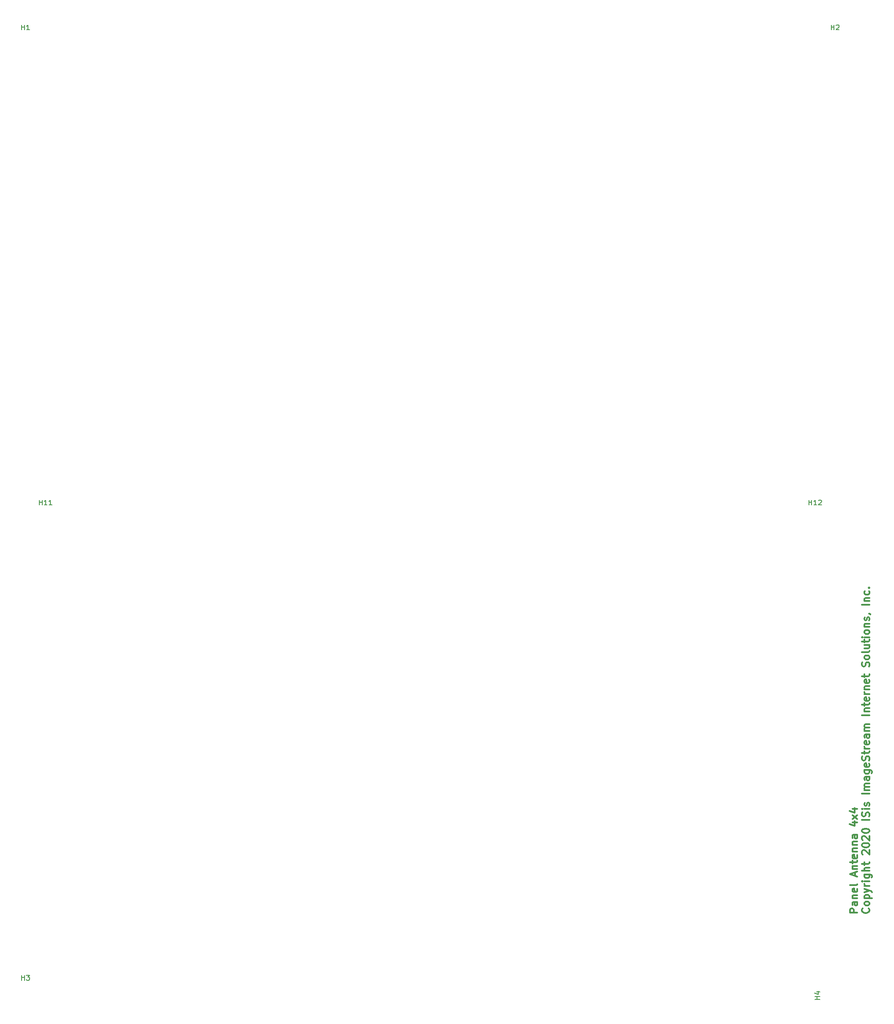
<source format=gbr>
%TF.GenerationSoftware,KiCad,Pcbnew,5.99.0-unknown-f19440f72~106~ubuntu20.04.1*%
%TF.CreationDate,2020-11-18T11:03:40-06:00*%
%TF.ProjectId,FlatAntPanel4x4,466c6174-416e-4745-9061-6e656c347834,rev?*%
%TF.SameCoordinates,Original*%
%TF.FileFunction,Legend,Top*%
%TF.FilePolarity,Positive*%
%FSLAX46Y46*%
G04 Gerber Fmt 4.6, Leading zero omitted, Abs format (unit mm)*
G04 Created by KiCad (PCBNEW 5.99.0-unknown-f19440f72~106~ubuntu20.04.1) date 2020-11-18 11:03:40*
%MOMM*%
%LPD*%
G01*
G04 APERTURE LIST*
%ADD10C,0.300000*%
%ADD11C,0.150000*%
G04 APERTURE END LIST*
D10*
X178471071Y-191447857D02*
X176971071Y-191447857D01*
X176971071Y-190876428D01*
X177042500Y-190733571D01*
X177113928Y-190662142D01*
X177256785Y-190590714D01*
X177471071Y-190590714D01*
X177613928Y-190662142D01*
X177685357Y-190733571D01*
X177756785Y-190876428D01*
X177756785Y-191447857D01*
X178471071Y-189305000D02*
X177685357Y-189305000D01*
X177542500Y-189376428D01*
X177471071Y-189519285D01*
X177471071Y-189805000D01*
X177542500Y-189947857D01*
X178399642Y-189305000D02*
X178471071Y-189447857D01*
X178471071Y-189805000D01*
X178399642Y-189947857D01*
X178256785Y-190019285D01*
X178113928Y-190019285D01*
X177971071Y-189947857D01*
X177899642Y-189805000D01*
X177899642Y-189447857D01*
X177828214Y-189305000D01*
X177471071Y-188590714D02*
X178471071Y-188590714D01*
X177613928Y-188590714D02*
X177542500Y-188519285D01*
X177471071Y-188376428D01*
X177471071Y-188162142D01*
X177542500Y-188019285D01*
X177685357Y-187947857D01*
X178471071Y-187947857D01*
X178399642Y-186662142D02*
X178471071Y-186805000D01*
X178471071Y-187090714D01*
X178399642Y-187233571D01*
X178256785Y-187305000D01*
X177685357Y-187305000D01*
X177542500Y-187233571D01*
X177471071Y-187090714D01*
X177471071Y-186805000D01*
X177542500Y-186662142D01*
X177685357Y-186590714D01*
X177828214Y-186590714D01*
X177971071Y-187305000D01*
X178471071Y-185733571D02*
X178399642Y-185876428D01*
X178256785Y-185947857D01*
X176971071Y-185947857D01*
X178042500Y-184090714D02*
X178042500Y-183376428D01*
X178471071Y-184233571D02*
X176971071Y-183733571D01*
X178471071Y-183233571D01*
X177471071Y-182733571D02*
X178471071Y-182733571D01*
X177613928Y-182733571D02*
X177542500Y-182662142D01*
X177471071Y-182519285D01*
X177471071Y-182305000D01*
X177542500Y-182162142D01*
X177685357Y-182090714D01*
X178471071Y-182090714D01*
X177471071Y-181590714D02*
X177471071Y-181019285D01*
X176971071Y-181376428D02*
X178256785Y-181376428D01*
X178399642Y-181305000D01*
X178471071Y-181162142D01*
X178471071Y-181019285D01*
X178399642Y-179947857D02*
X178471071Y-180090714D01*
X178471071Y-180376428D01*
X178399642Y-180519285D01*
X178256785Y-180590714D01*
X177685357Y-180590714D01*
X177542500Y-180519285D01*
X177471071Y-180376428D01*
X177471071Y-180090714D01*
X177542500Y-179947857D01*
X177685357Y-179876428D01*
X177828214Y-179876428D01*
X177971071Y-180590714D01*
X177471071Y-179233571D02*
X178471071Y-179233571D01*
X177613928Y-179233571D02*
X177542500Y-179162142D01*
X177471071Y-179019285D01*
X177471071Y-178805000D01*
X177542500Y-178662142D01*
X177685357Y-178590714D01*
X178471071Y-178590714D01*
X177471071Y-177876428D02*
X178471071Y-177876428D01*
X177613928Y-177876428D02*
X177542500Y-177805000D01*
X177471071Y-177662142D01*
X177471071Y-177447857D01*
X177542500Y-177305000D01*
X177685357Y-177233571D01*
X178471071Y-177233571D01*
X178471071Y-175876428D02*
X177685357Y-175876428D01*
X177542500Y-175947857D01*
X177471071Y-176090714D01*
X177471071Y-176376428D01*
X177542500Y-176519285D01*
X178399642Y-175876428D02*
X178471071Y-176019285D01*
X178471071Y-176376428D01*
X178399642Y-176519285D01*
X178256785Y-176590714D01*
X178113928Y-176590714D01*
X177971071Y-176519285D01*
X177899642Y-176376428D01*
X177899642Y-176019285D01*
X177828214Y-175876428D01*
X177471071Y-173376428D02*
X178471071Y-173376428D01*
X176899642Y-173733571D02*
X177971071Y-174090714D01*
X177971071Y-173162142D01*
X178471071Y-172733571D02*
X177471071Y-171947857D01*
X177471071Y-172733571D02*
X178471071Y-171947857D01*
X177471071Y-170733571D02*
X178471071Y-170733571D01*
X176899642Y-171090714D02*
X177971071Y-171447857D01*
X177971071Y-170519285D01*
X180743214Y-190590714D02*
X180814642Y-190662142D01*
X180886071Y-190876428D01*
X180886071Y-191019285D01*
X180814642Y-191233571D01*
X180671785Y-191376428D01*
X180528928Y-191447857D01*
X180243214Y-191519285D01*
X180028928Y-191519285D01*
X179743214Y-191447857D01*
X179600357Y-191376428D01*
X179457500Y-191233571D01*
X179386071Y-191019285D01*
X179386071Y-190876428D01*
X179457500Y-190662142D01*
X179528928Y-190590714D01*
X180886071Y-189733571D02*
X180814642Y-189876428D01*
X180743214Y-189947857D01*
X180600357Y-190019285D01*
X180171785Y-190019285D01*
X180028928Y-189947857D01*
X179957500Y-189876428D01*
X179886071Y-189733571D01*
X179886071Y-189519285D01*
X179957500Y-189376428D01*
X180028928Y-189305000D01*
X180171785Y-189233571D01*
X180600357Y-189233571D01*
X180743214Y-189305000D01*
X180814642Y-189376428D01*
X180886071Y-189519285D01*
X180886071Y-189733571D01*
X179886071Y-188590714D02*
X181386071Y-188590714D01*
X179957500Y-188590714D02*
X179886071Y-188447857D01*
X179886071Y-188162142D01*
X179957500Y-188019285D01*
X180028928Y-187947857D01*
X180171785Y-187876428D01*
X180600357Y-187876428D01*
X180743214Y-187947857D01*
X180814642Y-188019285D01*
X180886071Y-188162142D01*
X180886071Y-188447857D01*
X180814642Y-188590714D01*
X179886071Y-187376428D02*
X180886071Y-187019285D01*
X179886071Y-186662142D02*
X180886071Y-187019285D01*
X181243214Y-187162142D01*
X181314642Y-187233571D01*
X181386071Y-187376428D01*
X180886071Y-186090714D02*
X179886071Y-186090714D01*
X180171785Y-186090714D02*
X180028928Y-186019285D01*
X179957500Y-185947857D01*
X179886071Y-185805000D01*
X179886071Y-185662142D01*
X180886071Y-185162142D02*
X179886071Y-185162142D01*
X179386071Y-185162142D02*
X179457500Y-185233571D01*
X179528928Y-185162142D01*
X179457500Y-185090714D01*
X179386071Y-185162142D01*
X179528928Y-185162142D01*
X179886071Y-183805000D02*
X181100357Y-183805000D01*
X181243214Y-183876428D01*
X181314642Y-183947857D01*
X181386071Y-184090714D01*
X181386071Y-184305000D01*
X181314642Y-184447857D01*
X180814642Y-183805000D02*
X180886071Y-183947857D01*
X180886071Y-184233571D01*
X180814642Y-184376428D01*
X180743214Y-184447857D01*
X180600357Y-184519285D01*
X180171785Y-184519285D01*
X180028928Y-184447857D01*
X179957500Y-184376428D01*
X179886071Y-184233571D01*
X179886071Y-183947857D01*
X179957500Y-183805000D01*
X180886071Y-183090714D02*
X179386071Y-183090714D01*
X180886071Y-182447857D02*
X180100357Y-182447857D01*
X179957500Y-182519285D01*
X179886071Y-182662142D01*
X179886071Y-182876428D01*
X179957500Y-183019285D01*
X180028928Y-183090714D01*
X179886071Y-181947857D02*
X179886071Y-181376428D01*
X179386071Y-181733571D02*
X180671785Y-181733571D01*
X180814642Y-181662142D01*
X180886071Y-181519285D01*
X180886071Y-181376428D01*
X179528928Y-179805000D02*
X179457500Y-179733571D01*
X179386071Y-179590714D01*
X179386071Y-179233571D01*
X179457500Y-179090714D01*
X179528928Y-179019285D01*
X179671785Y-178947857D01*
X179814642Y-178947857D01*
X180028928Y-179019285D01*
X180886071Y-179876428D01*
X180886071Y-178947857D01*
X179386071Y-178019285D02*
X179386071Y-177876428D01*
X179457500Y-177733571D01*
X179528928Y-177662142D01*
X179671785Y-177590714D01*
X179957500Y-177519285D01*
X180314642Y-177519285D01*
X180600357Y-177590714D01*
X180743214Y-177662142D01*
X180814642Y-177733571D01*
X180886071Y-177876428D01*
X180886071Y-178019285D01*
X180814642Y-178162142D01*
X180743214Y-178233571D01*
X180600357Y-178305000D01*
X180314642Y-178376428D01*
X179957500Y-178376428D01*
X179671785Y-178305000D01*
X179528928Y-178233571D01*
X179457500Y-178162142D01*
X179386071Y-178019285D01*
X179528928Y-176947857D02*
X179457500Y-176876428D01*
X179386071Y-176733571D01*
X179386071Y-176376428D01*
X179457500Y-176233571D01*
X179528928Y-176162142D01*
X179671785Y-176090714D01*
X179814642Y-176090714D01*
X180028928Y-176162142D01*
X180886071Y-177019285D01*
X180886071Y-176090714D01*
X179386071Y-175162142D02*
X179386071Y-175019285D01*
X179457500Y-174876428D01*
X179528928Y-174805000D01*
X179671785Y-174733571D01*
X179957500Y-174662142D01*
X180314642Y-174662142D01*
X180600357Y-174733571D01*
X180743214Y-174805000D01*
X180814642Y-174876428D01*
X180886071Y-175019285D01*
X180886071Y-175162142D01*
X180814642Y-175305000D01*
X180743214Y-175376428D01*
X180600357Y-175447857D01*
X180314642Y-175519285D01*
X179957500Y-175519285D01*
X179671785Y-175447857D01*
X179528928Y-175376428D01*
X179457500Y-175305000D01*
X179386071Y-175162142D01*
X180886071Y-172876428D02*
X179386071Y-172876428D01*
X180814642Y-172233571D02*
X180886071Y-172019285D01*
X180886071Y-171662142D01*
X180814642Y-171519285D01*
X180743214Y-171447857D01*
X180600357Y-171376428D01*
X180457500Y-171376428D01*
X180314642Y-171447857D01*
X180243214Y-171519285D01*
X180171785Y-171662142D01*
X180100357Y-171947857D01*
X180028928Y-172090714D01*
X179957500Y-172162142D01*
X179814642Y-172233571D01*
X179671785Y-172233571D01*
X179528928Y-172162142D01*
X179457500Y-172090714D01*
X179386071Y-171947857D01*
X179386071Y-171590714D01*
X179457500Y-171376428D01*
X180886071Y-170733571D02*
X179886071Y-170733571D01*
X179386071Y-170733571D02*
X179457500Y-170805000D01*
X179528928Y-170733571D01*
X179457500Y-170662142D01*
X179386071Y-170733571D01*
X179528928Y-170733571D01*
X180814642Y-170090714D02*
X180886071Y-169947857D01*
X180886071Y-169662142D01*
X180814642Y-169519285D01*
X180671785Y-169447857D01*
X180600357Y-169447857D01*
X180457500Y-169519285D01*
X180386071Y-169662142D01*
X180386071Y-169876428D01*
X180314642Y-170019285D01*
X180171785Y-170090714D01*
X180100357Y-170090714D01*
X179957500Y-170019285D01*
X179886071Y-169876428D01*
X179886071Y-169662142D01*
X179957500Y-169519285D01*
X180886071Y-167662142D02*
X179386071Y-167662142D01*
X180886071Y-166947857D02*
X179886071Y-166947857D01*
X180028928Y-166947857D02*
X179957500Y-166876428D01*
X179886071Y-166733571D01*
X179886071Y-166519285D01*
X179957500Y-166376428D01*
X180100357Y-166305000D01*
X180886071Y-166305000D01*
X180100357Y-166305000D02*
X179957500Y-166233571D01*
X179886071Y-166090714D01*
X179886071Y-165876428D01*
X179957500Y-165733571D01*
X180100357Y-165662142D01*
X180886071Y-165662142D01*
X180886071Y-164305000D02*
X180100357Y-164305000D01*
X179957500Y-164376428D01*
X179886071Y-164519285D01*
X179886071Y-164805000D01*
X179957500Y-164947857D01*
X180814642Y-164305000D02*
X180886071Y-164447857D01*
X180886071Y-164805000D01*
X180814642Y-164947857D01*
X180671785Y-165019285D01*
X180528928Y-165019285D01*
X180386071Y-164947857D01*
X180314642Y-164805000D01*
X180314642Y-164447857D01*
X180243214Y-164305000D01*
X179886071Y-162947857D02*
X181100357Y-162947857D01*
X181243214Y-163019285D01*
X181314642Y-163090714D01*
X181386071Y-163233571D01*
X181386071Y-163447857D01*
X181314642Y-163590714D01*
X180814642Y-162947857D02*
X180886071Y-163090714D01*
X180886071Y-163376428D01*
X180814642Y-163519285D01*
X180743214Y-163590714D01*
X180600357Y-163662142D01*
X180171785Y-163662142D01*
X180028928Y-163590714D01*
X179957500Y-163519285D01*
X179886071Y-163376428D01*
X179886071Y-163090714D01*
X179957500Y-162947857D01*
X180814642Y-161662142D02*
X180886071Y-161805000D01*
X180886071Y-162090714D01*
X180814642Y-162233571D01*
X180671785Y-162305000D01*
X180100357Y-162305000D01*
X179957500Y-162233571D01*
X179886071Y-162090714D01*
X179886071Y-161805000D01*
X179957500Y-161662142D01*
X180100357Y-161590714D01*
X180243214Y-161590714D01*
X180386071Y-162305000D01*
X180814642Y-161019285D02*
X180886071Y-160805000D01*
X180886071Y-160447857D01*
X180814642Y-160305000D01*
X180743214Y-160233571D01*
X180600357Y-160162142D01*
X180457500Y-160162142D01*
X180314642Y-160233571D01*
X180243214Y-160305000D01*
X180171785Y-160447857D01*
X180100357Y-160733571D01*
X180028928Y-160876428D01*
X179957500Y-160947857D01*
X179814642Y-161019285D01*
X179671785Y-161019285D01*
X179528928Y-160947857D01*
X179457500Y-160876428D01*
X179386071Y-160733571D01*
X179386071Y-160376428D01*
X179457500Y-160162142D01*
X179886071Y-159733571D02*
X179886071Y-159162142D01*
X179386071Y-159519285D02*
X180671785Y-159519285D01*
X180814642Y-159447857D01*
X180886071Y-159305000D01*
X180886071Y-159162142D01*
X180886071Y-158662142D02*
X179886071Y-158662142D01*
X180171785Y-158662142D02*
X180028928Y-158590714D01*
X179957500Y-158519285D01*
X179886071Y-158376428D01*
X179886071Y-158233571D01*
X180814642Y-157162142D02*
X180886071Y-157305000D01*
X180886071Y-157590714D01*
X180814642Y-157733571D01*
X180671785Y-157805000D01*
X180100357Y-157805000D01*
X179957500Y-157733571D01*
X179886071Y-157590714D01*
X179886071Y-157305000D01*
X179957500Y-157162142D01*
X180100357Y-157090714D01*
X180243214Y-157090714D01*
X180386071Y-157805000D01*
X180886071Y-155805000D02*
X180100357Y-155805000D01*
X179957500Y-155876428D01*
X179886071Y-156019285D01*
X179886071Y-156305000D01*
X179957500Y-156447857D01*
X180814642Y-155805000D02*
X180886071Y-155947857D01*
X180886071Y-156305000D01*
X180814642Y-156447857D01*
X180671785Y-156519285D01*
X180528928Y-156519285D01*
X180386071Y-156447857D01*
X180314642Y-156305000D01*
X180314642Y-155947857D01*
X180243214Y-155805000D01*
X180886071Y-155090714D02*
X179886071Y-155090714D01*
X180028928Y-155090714D02*
X179957500Y-155019285D01*
X179886071Y-154876428D01*
X179886071Y-154662142D01*
X179957500Y-154519285D01*
X180100357Y-154447857D01*
X180886071Y-154447857D01*
X180100357Y-154447857D02*
X179957500Y-154376428D01*
X179886071Y-154233571D01*
X179886071Y-154019285D01*
X179957500Y-153876428D01*
X180100357Y-153805000D01*
X180886071Y-153805000D01*
X180886071Y-151947857D02*
X179386071Y-151947857D01*
X179886071Y-151233571D02*
X180886071Y-151233571D01*
X180028928Y-151233571D02*
X179957500Y-151162142D01*
X179886071Y-151019285D01*
X179886071Y-150805000D01*
X179957500Y-150662142D01*
X180100357Y-150590714D01*
X180886071Y-150590714D01*
X179886071Y-150090714D02*
X179886071Y-149519285D01*
X179386071Y-149876428D02*
X180671785Y-149876428D01*
X180814642Y-149805000D01*
X180886071Y-149662142D01*
X180886071Y-149519285D01*
X180814642Y-148447857D02*
X180886071Y-148590714D01*
X180886071Y-148876428D01*
X180814642Y-149019285D01*
X180671785Y-149090714D01*
X180100357Y-149090714D01*
X179957500Y-149019285D01*
X179886071Y-148876428D01*
X179886071Y-148590714D01*
X179957500Y-148447857D01*
X180100357Y-148376428D01*
X180243214Y-148376428D01*
X180386071Y-149090714D01*
X180886071Y-147733571D02*
X179886071Y-147733571D01*
X180171785Y-147733571D02*
X180028928Y-147662142D01*
X179957500Y-147590714D01*
X179886071Y-147447857D01*
X179886071Y-147305000D01*
X179886071Y-146805000D02*
X180886071Y-146805000D01*
X180028928Y-146805000D02*
X179957500Y-146733571D01*
X179886071Y-146590714D01*
X179886071Y-146376428D01*
X179957500Y-146233571D01*
X180100357Y-146162142D01*
X180886071Y-146162142D01*
X180814642Y-144876428D02*
X180886071Y-145019285D01*
X180886071Y-145305000D01*
X180814642Y-145447857D01*
X180671785Y-145519285D01*
X180100357Y-145519285D01*
X179957500Y-145447857D01*
X179886071Y-145305000D01*
X179886071Y-145019285D01*
X179957500Y-144876428D01*
X180100357Y-144805000D01*
X180243214Y-144805000D01*
X180386071Y-145519285D01*
X179886071Y-144376428D02*
X179886071Y-143805000D01*
X179386071Y-144162142D02*
X180671785Y-144162142D01*
X180814642Y-144090714D01*
X180886071Y-143947857D01*
X180886071Y-143805000D01*
X180814642Y-142233571D02*
X180886071Y-142019285D01*
X180886071Y-141662142D01*
X180814642Y-141519285D01*
X180743214Y-141447857D01*
X180600357Y-141376428D01*
X180457500Y-141376428D01*
X180314642Y-141447857D01*
X180243214Y-141519285D01*
X180171785Y-141662142D01*
X180100357Y-141947857D01*
X180028928Y-142090714D01*
X179957500Y-142162142D01*
X179814642Y-142233571D01*
X179671785Y-142233571D01*
X179528928Y-142162142D01*
X179457500Y-142090714D01*
X179386071Y-141947857D01*
X179386071Y-141590714D01*
X179457500Y-141376428D01*
X180886071Y-140519285D02*
X180814642Y-140662142D01*
X180743214Y-140733571D01*
X180600357Y-140805000D01*
X180171785Y-140805000D01*
X180028928Y-140733571D01*
X179957500Y-140662142D01*
X179886071Y-140519285D01*
X179886071Y-140305000D01*
X179957500Y-140162142D01*
X180028928Y-140090714D01*
X180171785Y-140019285D01*
X180600357Y-140019285D01*
X180743214Y-140090714D01*
X180814642Y-140162142D01*
X180886071Y-140305000D01*
X180886071Y-140519285D01*
X180886071Y-139162142D02*
X180814642Y-139305000D01*
X180671785Y-139376428D01*
X179386071Y-139376428D01*
X179886071Y-137947857D02*
X180886071Y-137947857D01*
X179886071Y-138590714D02*
X180671785Y-138590714D01*
X180814642Y-138519285D01*
X180886071Y-138376428D01*
X180886071Y-138162142D01*
X180814642Y-138019285D01*
X180743214Y-137947857D01*
X179886071Y-137447857D02*
X179886071Y-136876428D01*
X179386071Y-137233571D02*
X180671785Y-137233571D01*
X180814642Y-137162142D01*
X180886071Y-137019285D01*
X180886071Y-136876428D01*
X180886071Y-136376428D02*
X179886071Y-136376428D01*
X179386071Y-136376428D02*
X179457500Y-136447857D01*
X179528928Y-136376428D01*
X179457500Y-136305000D01*
X179386071Y-136376428D01*
X179528928Y-136376428D01*
X180886071Y-135447857D02*
X180814642Y-135590714D01*
X180743214Y-135662142D01*
X180600357Y-135733571D01*
X180171785Y-135733571D01*
X180028928Y-135662142D01*
X179957500Y-135590714D01*
X179886071Y-135447857D01*
X179886071Y-135233571D01*
X179957500Y-135090714D01*
X180028928Y-135019285D01*
X180171785Y-134947857D01*
X180600357Y-134947857D01*
X180743214Y-135019285D01*
X180814642Y-135090714D01*
X180886071Y-135233571D01*
X180886071Y-135447857D01*
X179886071Y-134305000D02*
X180886071Y-134305000D01*
X180028928Y-134305000D02*
X179957500Y-134233571D01*
X179886071Y-134090714D01*
X179886071Y-133876428D01*
X179957500Y-133733571D01*
X180100357Y-133662142D01*
X180886071Y-133662142D01*
X180814642Y-133019285D02*
X180886071Y-132876428D01*
X180886071Y-132590714D01*
X180814642Y-132447857D01*
X180671785Y-132376428D01*
X180600357Y-132376428D01*
X180457500Y-132447857D01*
X180386071Y-132590714D01*
X180386071Y-132805000D01*
X180314642Y-132947857D01*
X180171785Y-133019285D01*
X180100357Y-133019285D01*
X179957500Y-132947857D01*
X179886071Y-132805000D01*
X179886071Y-132590714D01*
X179957500Y-132447857D01*
X180814642Y-131662142D02*
X180886071Y-131662142D01*
X181028928Y-131733571D01*
X181100357Y-131805000D01*
X180886071Y-129876428D02*
X179386071Y-129876428D01*
X179886071Y-129162142D02*
X180886071Y-129162142D01*
X180028928Y-129162142D02*
X179957500Y-129090714D01*
X179886071Y-128947857D01*
X179886071Y-128733571D01*
X179957500Y-128590714D01*
X180100357Y-128519285D01*
X180886071Y-128519285D01*
X180814642Y-127162142D02*
X180886071Y-127305000D01*
X180886071Y-127590714D01*
X180814642Y-127733571D01*
X180743214Y-127805000D01*
X180600357Y-127876428D01*
X180171785Y-127876428D01*
X180028928Y-127805000D01*
X179957500Y-127733571D01*
X179886071Y-127590714D01*
X179886071Y-127305000D01*
X179957500Y-127162142D01*
X180743214Y-126519285D02*
X180814642Y-126447857D01*
X180886071Y-126519285D01*
X180814642Y-126590714D01*
X180743214Y-126519285D01*
X180886071Y-126519285D01*
D11*
%TO.C,H12*%
X168761904Y-109952380D02*
X168761904Y-108952380D01*
X168761904Y-109428571D02*
X169333333Y-109428571D01*
X169333333Y-109952380D02*
X169333333Y-108952380D01*
X170333333Y-109952380D02*
X169761904Y-109952380D01*
X170047619Y-109952380D02*
X170047619Y-108952380D01*
X169952380Y-109095238D01*
X169857142Y-109190476D01*
X169761904Y-109238095D01*
X170714285Y-109047619D02*
X170761904Y-109000000D01*
X170857142Y-108952380D01*
X171095238Y-108952380D01*
X171190476Y-109000000D01*
X171238095Y-109047619D01*
X171285714Y-109142857D01*
X171285714Y-109238095D01*
X171238095Y-109380952D01*
X170666666Y-109952380D01*
X171285714Y-109952380D01*
%TO.C,H4*%
X170952380Y-208761904D02*
X169952380Y-208761904D01*
X170428571Y-208761904D02*
X170428571Y-208190476D01*
X170952380Y-208190476D02*
X169952380Y-208190476D01*
X170285714Y-207285714D02*
X170952380Y-207285714D01*
X169904761Y-207523809D02*
X170619047Y-207761904D01*
X170619047Y-207142857D01*
%TO.C,H2*%
X173238095Y-14952380D02*
X173238095Y-13952380D01*
X173238095Y-14428571D02*
X173809523Y-14428571D01*
X173809523Y-14952380D02*
X173809523Y-13952380D01*
X174238095Y-14047619D02*
X174285714Y-14000000D01*
X174380952Y-13952380D01*
X174619047Y-13952380D01*
X174714285Y-14000000D01*
X174761904Y-14047619D01*
X174809523Y-14142857D01*
X174809523Y-14238095D01*
X174761904Y-14380952D01*
X174190476Y-14952380D01*
X174809523Y-14952380D01*
%TO.C,H3*%
X11238095Y-204952380D02*
X11238095Y-203952380D01*
X11238095Y-204428571D02*
X11809523Y-204428571D01*
X11809523Y-204952380D02*
X11809523Y-203952380D01*
X12190476Y-203952380D02*
X12809523Y-203952380D01*
X12476190Y-204333333D01*
X12619047Y-204333333D01*
X12714285Y-204380952D01*
X12761904Y-204428571D01*
X12809523Y-204523809D01*
X12809523Y-204761904D01*
X12761904Y-204857142D01*
X12714285Y-204904761D01*
X12619047Y-204952380D01*
X12333333Y-204952380D01*
X12238095Y-204904761D01*
X12190476Y-204857142D01*
%TO.C,H1*%
X11238095Y-14952380D02*
X11238095Y-13952380D01*
X11238095Y-14428571D02*
X11809523Y-14428571D01*
X11809523Y-14952380D02*
X11809523Y-13952380D01*
X12809523Y-14952380D02*
X12238095Y-14952380D01*
X12523809Y-14952380D02*
X12523809Y-13952380D01*
X12428571Y-14095238D01*
X12333333Y-14190476D01*
X12238095Y-14238095D01*
%TO.C,H11*%
X14761904Y-109952380D02*
X14761904Y-108952380D01*
X14761904Y-109428571D02*
X15333333Y-109428571D01*
X15333333Y-109952380D02*
X15333333Y-108952380D01*
X16333333Y-109952380D02*
X15761904Y-109952380D01*
X16047619Y-109952380D02*
X16047619Y-108952380D01*
X15952380Y-109095238D01*
X15857142Y-109190476D01*
X15761904Y-109238095D01*
X17285714Y-109952380D02*
X16714285Y-109952380D01*
X17000000Y-109952380D02*
X17000000Y-108952380D01*
X16904761Y-109095238D01*
X16809523Y-109190476D01*
X16714285Y-109238095D01*
%TD*%
M02*

</source>
